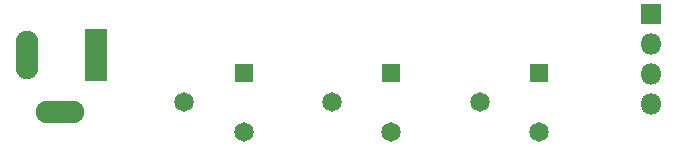
<source format=gbr>
%TF.GenerationSoftware,KiCad,Pcbnew,(5.1.6)-1*%
%TF.CreationDate,2020-12-19T18:50:18-05:00*%
%TF.ProjectId,driver_RGB,64726976-6572-45f5-9247-422e6b696361,rev?*%
%TF.SameCoordinates,Original*%
%TF.FileFunction,Soldermask,Bot*%
%TF.FilePolarity,Negative*%
%FSLAX46Y46*%
G04 Gerber Fmt 4.6, Leading zero omitted, Abs format (unit mm)*
G04 Created by KiCad (PCBNEW (5.1.6)-1) date 2020-12-19 18:50:18*
%MOMM*%
%LPD*%
G01*
G04 APERTURE LIST*
%ADD10C,1.650000*%
%ADD11R,1.650000X1.650000*%
%ADD12R,1.900000X4.500000*%
%ADD13O,1.900000X4.100000*%
%ADD14O,4.100000X1.900000*%
%ADD15O,1.800000X1.800000*%
%ADD16R,1.800000X1.800000*%
G04 APERTURE END LIST*
D10*
%TO.C,RV3*%
X144500000Y-93000000D03*
D11*
X149500000Y-90500000D03*
D10*
X149500000Y-95500000D03*
%TD*%
%TO.C,RV2*%
X119500000Y-93000000D03*
D11*
X124500000Y-90500000D03*
D10*
X124500000Y-95500000D03*
%TD*%
%TO.C,RV1*%
X132000000Y-93000000D03*
D11*
X137000000Y-90500000D03*
D10*
X137000000Y-95500000D03*
%TD*%
D12*
%TO.C,J2*%
X112000000Y-89000000D03*
D13*
X106200000Y-89000000D03*
D14*
X109000000Y-93800000D03*
%TD*%
D15*
%TO.C,J1*%
X159000000Y-93120000D03*
X159000000Y-90580000D03*
X159000000Y-88040000D03*
D16*
X159000000Y-85500000D03*
%TD*%
M02*

</source>
